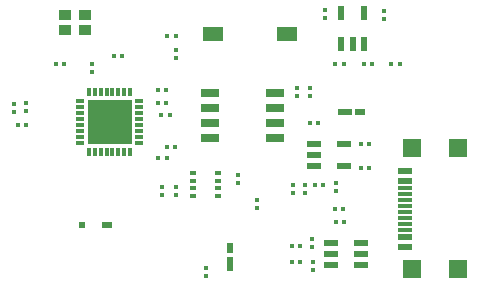
<source format=gbr>
%TF.GenerationSoftware,KiCad,Pcbnew,7.0.9*%
%TF.CreationDate,2024-05-05T23:36:38+02:00*%
%TF.ProjectId,esp32_c3_custom_board,65737033-325f-4633-935f-637573746f6d,rev?*%
%TF.SameCoordinates,Original*%
%TF.FileFunction,Paste,Top*%
%TF.FilePolarity,Positive*%
%FSLAX46Y46*%
G04 Gerber Fmt 4.6, Leading zero omitted, Abs format (unit mm)*
G04 Created by KiCad (PCBNEW 7.0.9) date 2024-05-05 23:36:38*
%MOMM*%
%LPD*%
G01*
G04 APERTURE LIST*
G04 Aperture macros list*
%AMRoundRect*
0 Rectangle with rounded corners*
0 $1 Rounding radius*
0 $2 $3 $4 $5 $6 $7 $8 $9 X,Y pos of 4 corners*
0 Add a 4 corners polygon primitive as box body*
4,1,4,$2,$3,$4,$5,$6,$7,$8,$9,$2,$3,0*
0 Add four circle primitives for the rounded corners*
1,1,$1+$1,$2,$3*
1,1,$1+$1,$4,$5*
1,1,$1+$1,$6,$7*
1,1,$1+$1,$8,$9*
0 Add four rect primitives between the rounded corners*
20,1,$1+$1,$2,$3,$4,$5,0*
20,1,$1+$1,$4,$5,$6,$7,0*
20,1,$1+$1,$6,$7,$8,$9,0*
20,1,$1+$1,$8,$9,$2,$3,0*%
G04 Aperture macros list end*
%ADD10R,0.500000X0.350000*%
%ADD11RoundRect,0.079500X-0.100500X0.079500X-0.100500X-0.079500X0.100500X-0.079500X0.100500X0.079500X0*%
%ADD12RoundRect,0.079500X-0.079500X-0.100500X0.079500X-0.100500X0.079500X0.100500X-0.079500X0.100500X0*%
%ADD13R,1.300000X0.500000*%
%ADD14R,0.870000X0.500000*%
%ADD15R,0.500000X0.500000*%
%ADD16R,0.900000X0.500000*%
%ADD17RoundRect,0.079500X0.100500X-0.079500X0.100500X0.079500X-0.100500X0.079500X-0.100500X-0.079500X0*%
%ADD18R,1.750000X1.200000*%
%ADD19RoundRect,0.079500X0.079500X0.100500X-0.079500X0.100500X-0.079500X-0.100500X0.079500X-0.100500X0*%
%ADD20R,1.150000X0.600000*%
%ADD21R,0.600000X1.200000*%
%ADD22R,0.800000X0.300000*%
%ADD23R,0.300000X0.800000*%
%ADD24R,3.750000X3.750000*%
%ADD25R,1.000000X0.900000*%
%ADD26R,0.500000X1.300000*%
%ADD27R,0.500000X0.870000*%
%ADD28R,1.200000X0.600000*%
%ADD29R,1.150000X0.300000*%
%ADD30R,1.500000X1.500000*%
%ADD31R,1.525000X0.650000*%
G04 APERTURE END LIST*
D10*
%TO.C,HM1*%
X134264400Y-146568400D03*
X134264400Y-147218400D03*
X134264400Y-147868400D03*
X134264400Y-148518400D03*
X132214400Y-148518400D03*
X132214400Y-147868400D03*
X132214400Y-147218400D03*
X132214400Y-146568400D03*
%TD*%
D11*
%TO.C,C3*%
X118059200Y-140660600D03*
X118059200Y-141350600D03*
%TD*%
D12*
%TO.C,C4*%
X117343400Y-142463600D03*
X118033400Y-142463600D03*
%TD*%
%TO.C,R12*%
X130018400Y-134924800D03*
X130708400Y-134924800D03*
%TD*%
D13*
%TO.C,D1*%
X145039800Y-141376400D03*
D14*
X146354800Y-141376400D03*
%TD*%
D15*
%TO.C,MonoAnt1*%
X122766400Y-150977600D03*
D16*
X124866400Y-150977600D03*
%TD*%
D12*
%TO.C,C7*%
X146431400Y-144068800D03*
X147121400Y-144068800D03*
%TD*%
%TO.C,R7*%
X140563600Y-152755600D03*
X141253600Y-152755600D03*
%TD*%
D11*
%TO.C,C9*%
X140650000Y-147569400D03*
X140650000Y-148259400D03*
%TD*%
D12*
%TO.C,R8*%
X140584800Y-154127200D03*
X141274800Y-154127200D03*
%TD*%
D17*
%TO.C,C13*%
X141020800Y-140055600D03*
X141020800Y-139365600D03*
%TD*%
%TO.C,R6*%
X123596400Y-138028200D03*
X123596400Y-137338200D03*
%TD*%
D12*
%TO.C,R1*%
X129256400Y-145288000D03*
X129946400Y-145288000D03*
%TD*%
D18*
%TO.C,S1*%
X133856400Y-134823200D03*
X140106400Y-134823200D03*
%TD*%
D19*
%TO.C,R9*%
X144972600Y-150723600D03*
X144282600Y-150723600D03*
%TD*%
D11*
%TO.C,C5*%
X142341600Y-154091600D03*
X142341600Y-154781600D03*
%TD*%
D19*
%TO.C,L3*%
X147370800Y-137312400D03*
X146680800Y-137312400D03*
%TD*%
D12*
%TO.C,R5*%
X129230600Y-140665200D03*
X129920600Y-140665200D03*
%TD*%
D20*
%TO.C,U2*%
X142472600Y-144099200D03*
X142472600Y-145049200D03*
X142472600Y-145999200D03*
X144972600Y-145999200D03*
X144972600Y-144099200D03*
%TD*%
D11*
%TO.C,C10*%
X144256800Y-147421600D03*
X144256800Y-148111600D03*
%TD*%
%TO.C,R14*%
X135991600Y-147437800D03*
X135991600Y-146747800D03*
%TD*%
%TO.C,C17*%
X148386800Y-132863200D03*
X148386800Y-133553200D03*
%TD*%
D12*
%TO.C,R2*%
X129205600Y-139547600D03*
X129895600Y-139547600D03*
%TD*%
D21*
%TO.C,IC3*%
X144759600Y-135645200D03*
X145709600Y-135645200D03*
X146659600Y-135645200D03*
X146659600Y-133045200D03*
X144759600Y-133045200D03*
%TD*%
D22*
%TO.C,IC1*%
X122620400Y-140490000D03*
X122620400Y-140990000D03*
X122620400Y-141490000D03*
X122620400Y-141990000D03*
X122620400Y-142490000D03*
X122620400Y-142990000D03*
X122620400Y-143490000D03*
X122620400Y-143990000D03*
D23*
X123370400Y-144740000D03*
X123870400Y-144740000D03*
X124370400Y-144740000D03*
X124870400Y-144740000D03*
X125370400Y-144740000D03*
X125870400Y-144740000D03*
X126370400Y-144740000D03*
X126870400Y-144740000D03*
D22*
X127620400Y-143990000D03*
X127620400Y-143490000D03*
X127620400Y-142990000D03*
X127620400Y-142490000D03*
X127620400Y-141990000D03*
X127620400Y-141490000D03*
X127620400Y-140990000D03*
X127620400Y-140490000D03*
D23*
X126870400Y-139740000D03*
X126370400Y-139740000D03*
X125870400Y-139740000D03*
X125370400Y-139740000D03*
X124870400Y-139740000D03*
X124370400Y-139740000D03*
X123870400Y-139740000D03*
X123370400Y-139740000D03*
D24*
X125120400Y-142240000D03*
%TD*%
D12*
%TO.C,R3*%
X129992600Y-144373600D03*
X130682600Y-144373600D03*
%TD*%
D11*
%TO.C,C16*%
X129590800Y-148433400D03*
X129590800Y-147743400D03*
%TD*%
D12*
%TO.C,C8*%
X146426800Y-146100800D03*
X147116800Y-146100800D03*
%TD*%
%TO.C,C18*%
X148991800Y-137312400D03*
X149681800Y-137312400D03*
%TD*%
D19*
%TO.C,L2*%
X143230200Y-147574000D03*
X142540200Y-147574000D03*
%TD*%
D11*
%TO.C,C11*%
X141630400Y-147549000D03*
X141630400Y-148239000D03*
%TD*%
D12*
%TO.C,R10*%
X144231800Y-149606000D03*
X144921800Y-149606000D03*
%TD*%
D25*
%TO.C,Y1*%
X121387600Y-134416800D03*
X123037600Y-134416800D03*
X123037600Y-133190800D03*
X121387600Y-133190800D03*
%TD*%
D11*
%TO.C,C15*%
X130708400Y-148407600D03*
X130708400Y-147717600D03*
%TD*%
D12*
%TO.C,R4*%
X129510400Y-141681200D03*
X130200400Y-141681200D03*
%TD*%
D11*
%TO.C,C14*%
X130708400Y-136144000D03*
X130708400Y-136834000D03*
%TD*%
D17*
%TO.C,C6*%
X142280000Y-152800400D03*
X142280000Y-152110400D03*
%TD*%
D26*
%TO.C,D2*%
X135331200Y-154223000D03*
D27*
X135331200Y-152908000D03*
%TD*%
D12*
%TO.C,C1*%
X125471400Y-136652000D03*
X126161400Y-136652000D03*
%TD*%
%TO.C,R11*%
X142058000Y-142290800D03*
X142748000Y-142290800D03*
%TD*%
D28*
%TO.C,U1*%
X143905600Y-152466000D03*
X143905600Y-153416000D03*
X143905600Y-154366000D03*
X146405600Y-154366000D03*
X146405600Y-153416000D03*
X146405600Y-152466000D03*
%TD*%
D11*
%TO.C,R15*%
X137617200Y-149504400D03*
X137617200Y-148814400D03*
%TD*%
%TO.C,R17*%
X143357600Y-132766200D03*
X143357600Y-133456200D03*
%TD*%
%TO.C,R13*%
X133299200Y-154605600D03*
X133299200Y-155295600D03*
%TD*%
D12*
%TO.C,R16*%
X144242400Y-137312400D03*
X144932400Y-137312400D03*
%TD*%
%TO.C,C2*%
X120594600Y-137312400D03*
X121284600Y-137312400D03*
%TD*%
D20*
%TO.C,J1*%
X150130200Y-152795200D03*
X150130200Y-151995200D03*
D29*
X150130200Y-150845200D03*
X150130200Y-149845200D03*
X150130200Y-149345200D03*
X150130200Y-148345200D03*
D20*
X150130200Y-147195200D03*
X150130200Y-146395200D03*
D29*
X150130200Y-147845200D03*
X150130200Y-148845200D03*
X150130200Y-150345200D03*
X150130200Y-151345200D03*
D30*
X150705200Y-154715200D03*
X150705200Y-144475200D03*
X154635200Y-154715200D03*
X154635200Y-144475200D03*
%TD*%
D17*
%TO.C,L1*%
X116992400Y-141401400D03*
X116992400Y-140711400D03*
%TD*%
D31*
%TO.C,IC2*%
X133666400Y-139750800D03*
X133666400Y-141020800D03*
X133666400Y-142290800D03*
X133666400Y-143560800D03*
X139090400Y-143560800D03*
X139090400Y-142290800D03*
X139090400Y-141020800D03*
X139090400Y-139750800D03*
%TD*%
D11*
%TO.C,C12*%
X142087600Y-139365600D03*
X142087600Y-140055600D03*
%TD*%
M02*

</source>
